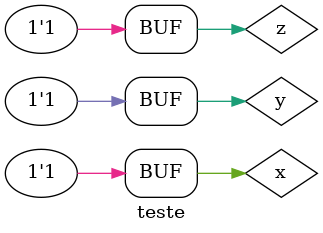
<source format=v>
module tabelaVerdade (
    output s, input x, y, z
);
    assign s = ~x & ~(~y | z);
endmodule
module teste;
reg x;
reg z;
reg y;
wire s;
tabelaVerdade TABLE (s, x, y, z);
initial
begin
    x = 0;
    y = 0;
    z = 0;
    $display("x y z = s");
	$monitor("%b %b %b = %b", x, y, z, s);
	#1 x=0; y=0; z=1;
	#1 x=0; y=1; z=0;
	#1 x=0; y=1; z=1;
	#1 x=1; y=0; z=0;
	#1 x=1; y=0; z=1;
	#1 x=1; y=1; z=0;
	#1 x=1; y=1; z=1;
end    

endmodule
</source>
